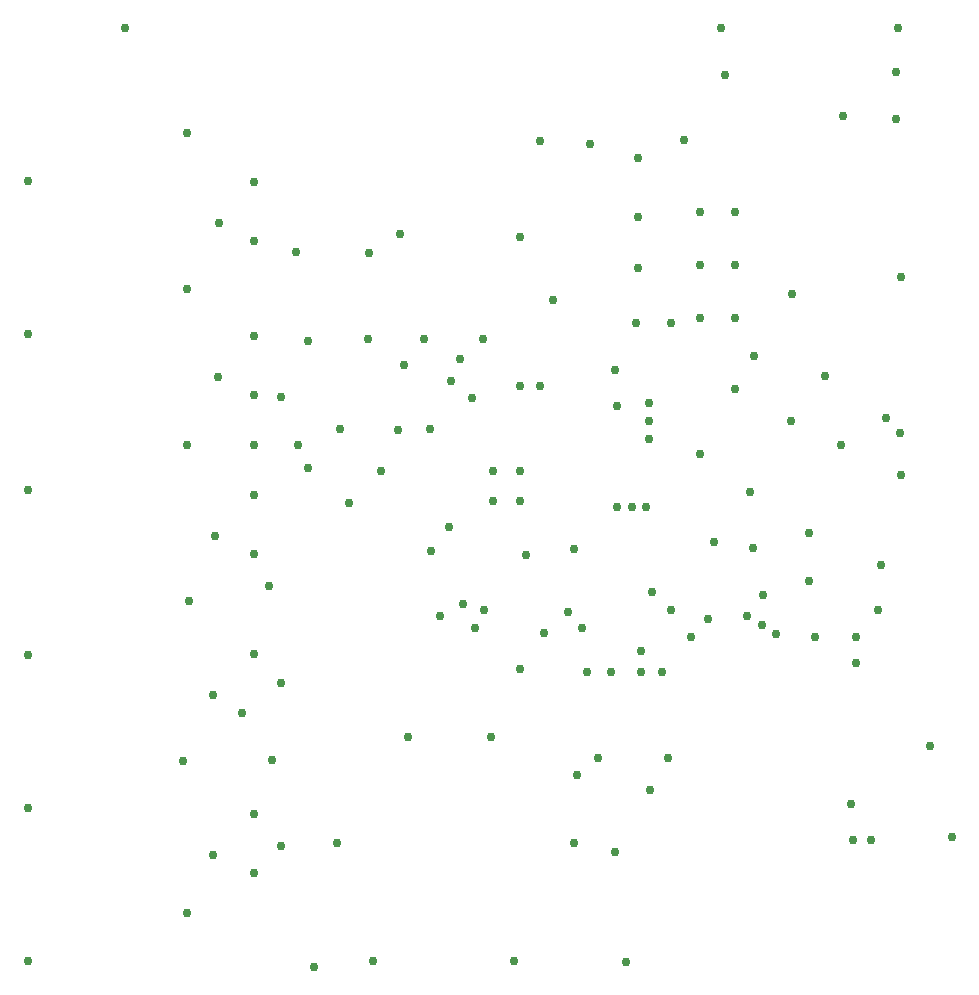
<source format=gbr>
G04 EAGLE Gerber RS-274X export*
G75*
%MOMM*%
%FSLAX34Y34*%
%LPD*%
%INVias*%
%IPPOS*%
%AMOC8*
5,1,8,0,0,1.08239X$1,22.5*%
G01*
%ADD10C,0.752400*%


D10*
X73660Y690880D03*
X73660Y561340D03*
X73660Y429260D03*
X73660Y289560D03*
X73660Y160020D03*
X73660Y30480D03*
X510780Y307940D03*
X531180Y325720D03*
X590000Y617500D03*
X642500Y575000D03*
X642500Y620000D03*
X642500Y665000D03*
X590000Y710000D03*
X590000Y660000D03*
X490300Y643180D03*
X518240Y589840D03*
X787500Y132500D03*
X208280Y71120D03*
X205000Y200000D03*
X210000Y335000D03*
X232500Y390000D03*
X208280Y467360D03*
X235000Y525000D03*
X208280Y599440D03*
X388700Y645720D03*
X362500Y630000D03*
X208280Y731520D03*
X535820Y379140D03*
X361320Y556700D03*
X628940Y725960D03*
X365760Y30480D03*
X800000Y490000D03*
X762500Y467500D03*
X372500Y445000D03*
X460000Y327500D03*
X467500Y445000D03*
X490000Y445000D03*
X490000Y420000D03*
X467500Y420000D03*
X720000Y487500D03*
X490000Y517500D03*
X572500Y500000D03*
X580000Y30000D03*
X490760Y277980D03*
X618260Y327980D03*
X793260Y327980D03*
X795760Y365480D03*
X695760Y340480D03*
X748260Y525480D03*
X720760Y595480D03*
X288260Y507980D03*
X338260Y480480D03*
X278260Y347980D03*
X280760Y200480D03*
X288260Y265480D03*
X230760Y255480D03*
X288260Y127980D03*
X345760Y417980D03*
X310760Y447980D03*
X458820Y556700D03*
X408820Y556700D03*
X550000Y722500D03*
X663940Y780960D03*
X808940Y783460D03*
X808940Y743460D03*
X763940Y745960D03*
X507500Y725000D03*
X588260Y570480D03*
X618260Y570480D03*
X688260Y542980D03*
X570760Y530480D03*
X770760Y162980D03*
X570760Y122980D03*
X610760Y275480D03*
X485760Y30480D03*
X395760Y220480D03*
X465760Y220480D03*
X335760Y130480D03*
X535760Y130480D03*
X600760Y175480D03*
X855760Y135480D03*
X230760Y120480D03*
X315760Y25480D03*
X235760Y655480D03*
X810760Y820480D03*
X660760Y820480D03*
X155760Y820480D03*
X310760Y555480D03*
X300760Y630480D03*
X495820Y374140D03*
X772514Y132500D03*
X812800Y441880D03*
X812800Y609600D03*
X812500Y477500D03*
X672500Y620000D03*
X672500Y665000D03*
X672500Y575000D03*
X837500Y212500D03*
X265000Y155000D03*
X265000Y105000D03*
X255000Y240000D03*
X265000Y690000D03*
X265000Y640000D03*
X265000Y560000D03*
X265000Y510000D03*
X265000Y425000D03*
X265000Y375000D03*
X265000Y290000D03*
X302500Y467500D03*
X387500Y480000D03*
X775000Y282500D03*
X775000Y305000D03*
X442500Y332500D03*
X672500Y515000D03*
X507500Y517500D03*
X440000Y540000D03*
X392500Y535000D03*
X265000Y467500D03*
X642500Y460000D03*
X735000Y392500D03*
X735000Y352500D03*
X685000Y427500D03*
X635000Y305000D03*
X650000Y320000D03*
X422500Y322500D03*
X452500Y312500D03*
X572500Y415000D03*
X600000Y502500D03*
X585000Y415000D03*
X600000Y487500D03*
X414300Y480460D03*
X431800Y521580D03*
X415000Y377500D03*
X687500Y380000D03*
X655000Y385000D03*
X707500Y307500D03*
X567500Y275000D03*
X592500Y275000D03*
X556260Y202250D03*
X615950Y202250D03*
X592500Y292500D03*
X547500Y275000D03*
X430000Y397500D03*
X450000Y507500D03*
X695000Y315000D03*
X682500Y322500D03*
X538960Y188280D03*
X740000Y305000D03*
X542500Y312500D03*
X602500Y342500D03*
X597500Y415000D03*
X600000Y472500D03*
M02*

</source>
